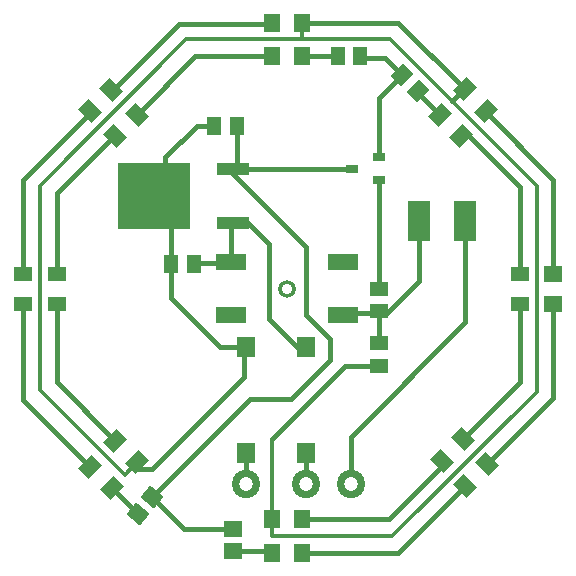
<source format=gbr>
G04 DipTrace 3.3.0.1*
G04 Top.gbr*
%MOMM*%
G04 #@! TF.FileFunction,Copper,L1,Top*
G04 #@! TF.Part,Single*
%AMOUTLINE0*
4,1,4,
0.74947,-0.85047,
-0.75053,-0.8495,
-0.74947,0.85047,
0.75053,0.8495,
0.74947,-0.85047,
0*%
%AMOUTLINE3*
4,1,4,
-1.0253,0.10607,
-0.10607,1.0253,
1.0253,-0.10607,
0.10607,-1.0253,
-1.0253,0.10607,
0*%
%AMOUTLINE6*
4,1,4,
-0.65,0.8,
0.65,0.8,
0.65,-0.8,
-0.65,-0.8,
-0.65,0.8,
0*%
%AMOUTLINE9*
4,1,4,
-0.10607,-1.0253,
-1.0253,-0.10607,
0.10607,1.0253,
1.0253,0.10607,
-0.10607,-1.0253,
0*%
%AMOUTLINE12*
4,1,4,
-0.80003,-0.64997,
-0.79997,0.65003,
0.80003,0.64997,
0.79997,-0.65003,
-0.80003,-0.64997,
0*%
%AMOUTLINE15*
4,1,4,
1.0253,-0.10607,
0.10607,-1.0253,
-1.0253,0.10607,
-0.10607,1.0253,
1.0253,-0.10607,
0*%
%AMOUTLINE18*
4,1,4,
0.65,-0.8,
-0.65,-0.8,
-0.65,0.8,
0.65,0.8,
0.65,-0.8,
0*%
%AMOUTLINE21*
4,1,4,
0.10607,1.0253,
1.0253,0.10607,
-0.10607,-1.0253,
-1.0253,-0.10607,
0.10607,1.0253,
0*%
%AMOUTLINE24*
4,1,4,
0.7499,-0.65017,
-0.75013,-0.64983,
-0.7499,0.65017,
0.75013,0.64983,
0.7499,-0.65017,
0*%
%AMOUTLINE27*
4,1,4,
0.15107,-0.9809,
-0.99243,-0.01013,
-0.15107,0.9809,
0.99243,0.01013,
0.15107,-0.9809,
0*%
%AMOUTLINE30*
4,1,4,
-0.9899,-0.07107,
0.07033,0.98997,
0.9899,0.07107,
-0.07033,-0.98997,
-0.9899,-0.07107,
0*%
%AMOUTLINE33*
4,1,4,
-0.51987,-0.33313,
-0.53,0.3168,
0.51987,0.33313,
0.53,-0.3168,
-0.51987,-0.33313,
0*%
%AMOUTLINE36*
4,1,4,
1.37577,0.49797,
1.37427,-0.50207,
-1.37577,-0.49797,
-1.37427,0.50207,
1.37577,0.49797,
0*%
%AMOUTLINE39*
4,1,4,
3.0791,2.77043,
3.0709,-2.77957,
-3.0791,-2.77043,
-3.0709,2.77957,
3.0791,2.77043,
0*%
%ADD26C,1.2*%
%ADD29C,0.9*%
G04 #@! TA.AperFunction,Conductor*
%ADD13C,0.4*%
%ADD14C,0.33*%
%ADD15C,0.35*%
%ADD16R,1.6X1.3*%
%ADD17R,1.5X1.3*%
%ADD18R,1.3X1.5*%
G04 #@! TA.AperFunction,ComponentPad*
%ADD20C,1.5*%
%ADD22R,1.9X3.4*%
%ADD24R,2.5X1.4*%
G04 #@! TA.AperFunction,ViaPad*
%ADD25C,2.4*%
%ADD46OUTLINE0*%
%ADD49OUTLINE3*%
%ADD52OUTLINE6*%
%ADD55OUTLINE9*%
%ADD58OUTLINE12*%
%ADD61OUTLINE15*%
%ADD64OUTLINE18*%
%ADD67OUTLINE21*%
%ADD70OUTLINE24*%
%ADD73OUTLINE27*%
%ADD76OUTLINE30*%
%ADD79OUTLINE33*%
%ADD82OUTLINE36*%
%ADD85OUTLINE39*%
%FSLAX35Y35*%
G04*
G71*
G90*
G75*
G01*
G04 Top*
%LPD*%
X158733Y-1650827D2*
D13*
X158187Y-1392130D1*
X-1492250Y1682750D2*
D14*
X-1476043D1*
D13*
X-920653Y2238140D1*
X-141237D1*
D14*
X-127000Y2252377D1*
X-1455057Y1291323D2*
D13*
X-1470637D1*
X-1952627Y809333D1*
Y127000D1*
X-460373Y-2222500D2*
X-127000D1*
D14*
Y-2236500D1*
X-2236500Y-127000D2*
D13*
Y-938500D1*
X-1666877Y-1508123D1*
X1501133Y571440D2*
D14*
X1507967D1*
D13*
Y-285720D1*
X539693Y-1253993D1*
Y-1650827D1*
X-460373Y555627D2*
X-333400D1*
X-158733Y380960D1*
Y-253973D1*
X79423Y-492130D1*
X158750D1*
X-460373Y555627D2*
X-476000D1*
Y229000D1*
X-794147Y206353D2*
Y217000D1*
X-476000D1*
Y229000D1*
X2252370Y-127000D2*
Y-922630D1*
X1687730Y-1487270D1*
X-127000Y1968500D2*
X-777880D1*
X-1275450Y1470930D1*
X-2236500Y127000D2*
Y922293D1*
X-1671857Y1486937D1*
Y1503143D1*
X1968500Y-127000D2*
Y-793753D1*
X1486807Y-1275447D1*
X1470930Y1291327D2*
X1534127D1*
X1968500Y856953D1*
Y127000D1*
X1682750Y1508123D2*
Y1491917D1*
X2252383Y922283D1*
Y127000D1*
X777877Y920750D2*
Y-480D1*
D14*
X777793D1*
X1307200Y-1455053D2*
D13*
Y-1502677D1*
X857250Y-1952627D1*
X127000D1*
Y1968500D2*
X428580Y1968293D1*
X774920Y1110727D2*
Y1616207D1*
X968273Y1809560D1*
X618580Y1968293D2*
D14*
Y1952420D1*
D13*
X825413D1*
X936527Y1841307D1*
Y1809560D1*
D14*
X968273D1*
X777793Y-190480D2*
D13*
Y-460807D1*
Y-190480D2*
D14*
Y-206353D1*
X841287D1*
D13*
X1111133Y63493D1*
Y571440D1*
X474000Y-221000D2*
Y-208000D1*
X777793D1*
Y-190480D1*
X-349213Y-1650827D2*
X-351817Y-1391810D1*
X1508123Y-1666877D2*
X938500Y-2236500D1*
X127000D1*
X-1143000Y-1762123D2*
X-872630Y-2032493D1*
X-460340D1*
X-459693Y1011623D2*
X546427Y1012163D1*
X-459693Y1011623D2*
D14*
Y967640D1*
D13*
X158733Y349213D1*
Y-222227D1*
X365087Y-428580D1*
Y-603187D1*
X31747Y-936527D1*
X-317467D1*
X-1142880Y-1761940D1*
D14*
X-872327Y-2032493D1*
X-460340D1*
X-429060Y1380980D2*
D13*
Y1042257D1*
D14*
X-459693Y1011623D1*
X-1487270Y-1687730D2*
D13*
X-1265960Y-1906963D1*
X127000Y2252377D2*
D15*
Y2111153D1*
X-857160D1*
X-2095500Y872813D1*
Y-857250D1*
X-1378633Y-1574117D1*
X-1275450Y-1470933D1*
X127000Y2111153D2*
X873347D1*
X1393480Y1591020D1*
X2111373Y873127D1*
Y-872813D1*
X888687Y-2095500D1*
X-127000D1*
Y-1952627D1*
X-1275450Y-1470933D2*
D13*
Y-1523840D1*
X-1142880D1*
X-365087Y-746047D1*
Y-491810D1*
X-351253D1*
X777793Y-650807D2*
X492073D1*
X-127000Y-1269880D1*
D14*
Y-1952627D1*
X-984147Y206353D2*
D13*
Y-79367D1*
X-571703Y-491810D1*
X-351253D1*
X127000Y2252377D2*
X938497D1*
X1503143Y1687730D1*
X1490190D1*
X1393480Y1591020D1*
X-984147Y206353D2*
Y638740D1*
X-1130030Y784623D1*
X-619060Y1380980D2*
X-761920D1*
X-1031767Y1111133D1*
Y882887D1*
X-1130030Y784623D1*
X-1952627Y-127000D2*
Y-793757D1*
X-1455057Y-1291327D1*
X1102667Y1675253D2*
Y1659590D1*
X1291323Y1470933D1*
D25*
X539693Y-1650827D3*
X-349213D3*
X158733D3*
D46*
X158750Y-492130D3*
X-351253Y-491810D3*
X-351817Y-1391810D3*
X158187Y-1392130D3*
D16*
X-2236500Y127000D3*
Y-127000D3*
D49*
X-1492250Y1682750D3*
X-1671857Y1503143D3*
D52*
X127000Y2252377D3*
X-127000D3*
D55*
X1503143Y1687730D3*
X1682750Y1508123D3*
D58*
X2252383Y127001D3*
X2252370Y-126999D3*
D49*
X1687730Y-1487270D3*
X1508123Y-1666877D3*
D52*
X127000Y-2236500D3*
X-127000D3*
D55*
X-1666877Y-1508123D3*
X-1487270Y-1687730D3*
D17*
X777793Y-650807D3*
Y-460807D3*
Y-190480D3*
Y-480D3*
D16*
X-1952627Y-127000D3*
Y127000D3*
D61*
X-1455057Y1291323D3*
X-1275450Y1470930D3*
D64*
X-127000Y1968500D3*
X127000D3*
D67*
X1470930Y1291327D3*
X1291323Y1470933D3*
D16*
X1968500Y-127000D3*
Y127000D3*
D49*
X1307200Y-1455053D3*
X1486807Y-1275447D3*
D52*
X-127000Y-1952627D3*
X127000D3*
D55*
X-1275450Y-1470933D3*
X-1455057Y-1291327D3*
D70*
X-460373Y-2222500D3*
X-460340Y-2032493D3*
D73*
X-1143000Y-1762123D3*
X-1265960Y-1906963D3*
D18*
X428580Y1968293D3*
X618580D3*
D76*
X968273Y1809560D3*
X1102667Y1675253D3*
D79*
X777876Y920750D3*
X774919Y1110727D3*
X546426Y1012163D3*
D20*
X0Y0D3*
D82*
X-460373Y555627D3*
X-459693Y1011623D3*
D85*
X-1130030Y784623D3*
D18*
X-984147Y206353D3*
X-794147D3*
X-619060Y1380980D3*
X-429060D3*
D22*
X1111133Y571440D3*
X1501133D3*
D24*
X-476000Y229000D3*
Y-221000D3*
X474000D3*
Y229000D3*
G04 Top Clear*
%LPC*%
D26*
X539693Y-1650827D3*
X-349213D3*
X158733D3*
D29*
X0Y0D3*
M02*

</source>
